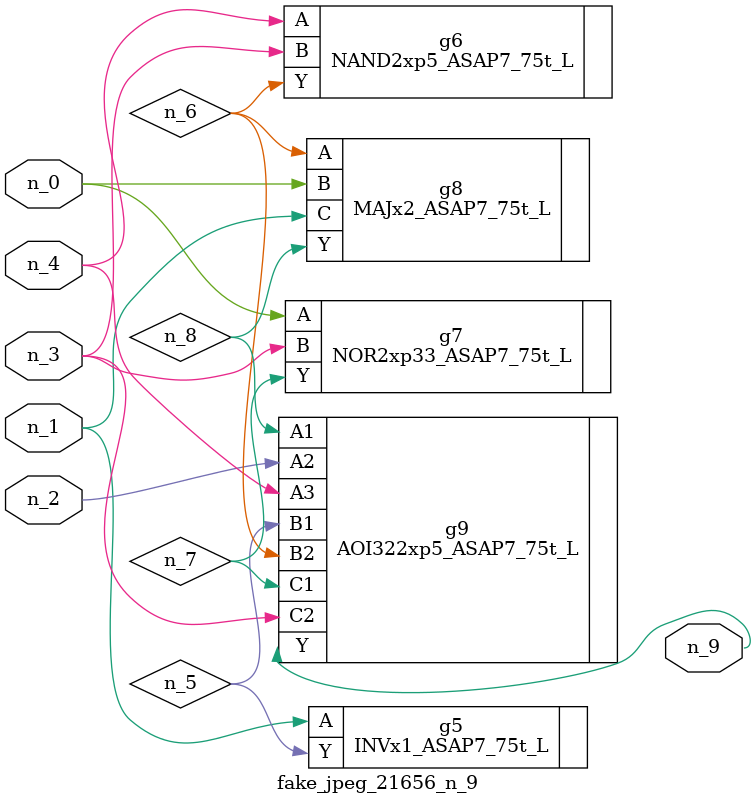
<source format=v>
module fake_jpeg_21656_n_9 (n_3, n_2, n_1, n_0, n_4, n_9);

input n_3;
input n_2;
input n_1;
input n_0;
input n_4;

output n_9;

wire n_8;
wire n_6;
wire n_5;
wire n_7;

INVx1_ASAP7_75t_L g5 ( 
.A(n_1),
.Y(n_5)
);

NAND2xp5_ASAP7_75t_L g6 ( 
.A(n_4),
.B(n_3),
.Y(n_6)
);

NOR2xp33_ASAP7_75t_L g7 ( 
.A(n_0),
.B(n_3),
.Y(n_7)
);

MAJx2_ASAP7_75t_L g8 ( 
.A(n_6),
.B(n_0),
.C(n_1),
.Y(n_8)
);

AOI322xp5_ASAP7_75t_L g9 ( 
.A1(n_8),
.A2(n_2),
.A3(n_4),
.B1(n_5),
.B2(n_6),
.C1(n_7),
.C2(n_3),
.Y(n_9)
);


endmodule
</source>
